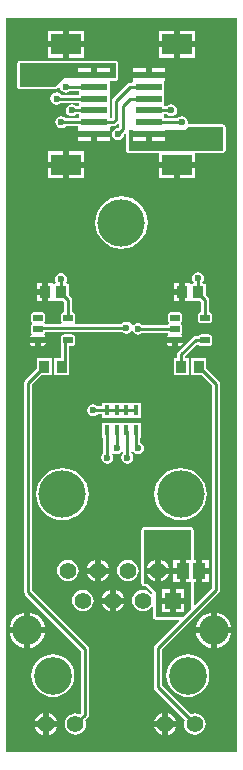
<source format=gtl>
G04*
G04 #@! TF.GenerationSoftware,Altium Limited,Altium Designer,19.1.8 (144)*
G04*
G04 Layer_Physical_Order=1*
G04 Layer_Color=255*
%FSLAX25Y25*%
%MOIN*%
G70*
G01*
G75*
%ADD13R,0.04331X0.05315*%
%ADD14R,0.01673X0.03543*%
%ADD15R,0.03543X0.04134*%
%ADD16R,0.08661X0.02362*%
%ADD17R,0.10236X0.07087*%
G04:AMPARAMS|DCode=18|XSize=21.65mil|YSize=31.5mil|CornerRadius=1.95mil|HoleSize=0mil|Usage=FLASHONLY|Rotation=90.000|XOffset=0mil|YOffset=0mil|HoleType=Round|Shape=RoundedRectangle|*
%AMROUNDEDRECTD18*
21,1,0.02165,0.02760,0,0,90.0*
21,1,0.01776,0.03150,0,0,90.0*
1,1,0.00390,0.01380,0.00888*
1,1,0.00390,0.01380,-0.00888*
1,1,0.00390,-0.01380,-0.00888*
1,1,0.00390,-0.01380,0.00888*
%
%ADD18ROUNDEDRECTD18*%
%ADD19R,0.03543X0.03937*%
%ADD33C,0.01000*%
%ADD34C,0.15748*%
%ADD35C,0.12598*%
%ADD36C,0.09843*%
%ADD37C,0.05512*%
%ADD38R,0.05512X0.05512*%
%ADD39C,0.02362*%
G36*
X77937Y803D02*
X803D01*
Y245260D01*
X77937D01*
Y803D01*
D02*
G37*
%LPC*%
G36*
X63992Y241158D02*
X58874D01*
Y237614D01*
X63992D01*
Y241158D01*
D02*
G37*
G36*
X26984D02*
X21866D01*
Y237614D01*
X26984D01*
Y241158D01*
D02*
G37*
G36*
X56874D02*
X51756D01*
Y237614D01*
X56874D01*
Y241158D01*
D02*
G37*
G36*
X19866D02*
X14748D01*
Y237614D01*
X19866D01*
Y241158D01*
D02*
G37*
G36*
X63992Y235614D02*
X58874D01*
Y232071D01*
X63992D01*
Y235614D01*
D02*
G37*
G36*
X56874D02*
X51756D01*
Y232071D01*
X56874D01*
Y235614D01*
D02*
G37*
G36*
X26984D02*
X21866D01*
Y232071D01*
X26984D01*
Y235614D01*
D02*
G37*
G36*
X19866D02*
X14748D01*
Y232071D01*
X19866D01*
Y235614D01*
D02*
G37*
G36*
X53756Y228559D02*
X49425D01*
Y227378D01*
X53756D01*
Y228559D01*
D02*
G37*
G36*
X47425D02*
X43095D01*
Y227378D01*
X47425D01*
Y228559D01*
D02*
G37*
G36*
X37402Y231131D02*
X5512Y231131D01*
X5200Y231068D01*
X4935Y230892D01*
X4758Y230627D01*
X4696Y230315D01*
Y222441D01*
X4758Y222129D01*
X4935Y221864D01*
X5200Y221687D01*
X5512Y221625D01*
X17323Y221625D01*
X17323Y221625D01*
X17635Y221687D01*
X17900Y221864D01*
X17900Y221864D01*
X18360Y222324D01*
X18902Y222160D01*
X19000Y221668D01*
X19438Y221013D01*
X20093Y220575D01*
X20866Y220421D01*
X21639Y220575D01*
X22294Y221013D01*
X22363Y221115D01*
X25184D01*
Y219829D01*
X19214D01*
X19145Y219932D01*
X18489Y220370D01*
X17717Y220524D01*
X16943Y220370D01*
X16288Y219932D01*
X15850Y219277D01*
X15697Y218504D01*
X15850Y217731D01*
X16288Y217076D01*
X16943Y216638D01*
X17717Y216484D01*
X18489Y216638D01*
X19145Y217076D01*
X19214Y217179D01*
X25184D01*
Y215892D01*
X24332D01*
X24263Y215995D01*
X23608Y216433D01*
X22835Y216587D01*
X22062Y216433D01*
X21406Y215995D01*
X20968Y215340D01*
X20815Y214567D01*
X20968Y213794D01*
X21406Y213139D01*
X22062Y212701D01*
X22835Y212547D01*
X23608Y212701D01*
X24263Y213139D01*
X24332Y213242D01*
X25184D01*
Y211955D01*
X20788D01*
X20720Y212058D01*
X20064Y212496D01*
X19291Y212650D01*
X18518Y212496D01*
X17863Y212058D01*
X17425Y211403D01*
X17271Y210630D01*
X17425Y209857D01*
X17863Y209202D01*
X18518Y208764D01*
X19291Y208610D01*
X20064Y208764D01*
X20720Y209202D01*
X20788Y209304D01*
X24816D01*
X24984Y208874D01*
X24984Y208874D01*
X24984D01*
X24984Y208874D01*
Y207693D01*
X30315D01*
X35646D01*
Y208874D01*
X35646Y208874D01*
X35646D01*
X35646Y208874D01*
X35814Y209304D01*
X36614D01*
X37121Y209405D01*
X37551Y209693D01*
X37938Y210080D01*
X38438Y209872D01*
Y209159D01*
X38189Y208713D01*
X37416Y208559D01*
X36761Y208121D01*
X36323Y207466D01*
X36169Y206693D01*
X36323Y205920D01*
X36761Y205265D01*
X37416Y204827D01*
X38189Y204673D01*
X38962Y204827D01*
X39617Y205265D01*
X40055Y205920D01*
X40194Y206616D01*
X40417Y206792D01*
X40726Y206698D01*
X40917Y206537D01*
Y201181D01*
X40979Y200869D01*
X41155Y200604D01*
X41420Y200428D01*
X41732Y200365D01*
X51756Y200365D01*
Y197457D01*
X57874D01*
X63992D01*
Y200365D01*
X73031Y200365D01*
X73032Y200365D01*
X73344Y200428D01*
X73608Y200604D01*
X73608Y200604D01*
X73805Y200801D01*
X73982Y201066D01*
X74044Y201378D01*
X74044Y201378D01*
Y209055D01*
X73982Y209367D01*
X73805Y209632D01*
X73541Y209809D01*
X73228Y209871D01*
X61827D01*
X61810Y209872D01*
X61403Y210299D01*
X61469Y210630D01*
X61315Y211403D01*
X60877Y212058D01*
X60222Y212496D01*
X59449Y212650D01*
X58676Y212496D01*
X58021Y212058D01*
X57952Y211955D01*
X53556D01*
Y213242D01*
X54409D01*
X54477Y213139D01*
X55133Y212701D01*
X55905Y212547D01*
X56678Y212701D01*
X57334Y213139D01*
X57772Y213794D01*
X57925Y214567D01*
X57772Y215340D01*
X57334Y215995D01*
X56678Y216433D01*
X55905Y216587D01*
X55133Y216433D01*
X54477Y215995D01*
X54409Y215892D01*
X53556D01*
Y220460D01*
Y224197D01*
X53756D01*
Y225378D01*
X48425D01*
X43095D01*
Y224197D01*
X43095Y224197D01*
X43095D01*
X43095Y224197D01*
X42926Y223766D01*
X42206D01*
X41699Y223665D01*
X41269Y223378D01*
X36464Y218573D01*
X36177Y218143D01*
X36076Y217636D01*
Y211966D01*
X36065Y211955D01*
X35446D01*
Y216523D01*
Y220460D01*
Y223911D01*
X35646Y224381D01*
X37402D01*
X37714Y224443D01*
X37978Y224620D01*
X38155Y224885D01*
X38217Y225197D01*
Y230315D01*
X38155Y230627D01*
X37978Y230892D01*
X37714Y231069D01*
X37402Y231131D01*
D02*
G37*
G36*
X35646Y205693D02*
X31315D01*
Y204512D01*
X35646D01*
Y205693D01*
D02*
G37*
G36*
X29315D02*
X24984D01*
Y204512D01*
X29315D01*
Y205693D01*
D02*
G37*
G36*
X26984Y201000D02*
X21866D01*
Y197457D01*
X26984D01*
Y201000D01*
D02*
G37*
G36*
X19866D02*
X14748D01*
Y197457D01*
X19866D01*
Y201000D01*
D02*
G37*
G36*
X63992Y195457D02*
X58874D01*
Y191913D01*
X63992D01*
Y195457D01*
D02*
G37*
G36*
X56874D02*
X51756D01*
Y191913D01*
X56874D01*
Y195457D01*
D02*
G37*
G36*
X26984D02*
X21866D01*
Y191913D01*
X26984D01*
Y195457D01*
D02*
G37*
G36*
X19866D02*
X14748D01*
Y191913D01*
X19866D01*
Y195457D01*
D02*
G37*
G36*
X39370Y185881D02*
X37670Y185714D01*
X36035Y185218D01*
X34528Y184412D01*
X33207Y183328D01*
X32123Y182008D01*
X31318Y180501D01*
X30822Y178866D01*
X30654Y177165D01*
X30822Y175465D01*
X31318Y173830D01*
X32123Y172323D01*
X33207Y171002D01*
X34528Y169918D01*
X36035Y169113D01*
X37670Y168617D01*
X39370Y168449D01*
X41071Y168617D01*
X42706Y169113D01*
X44212Y169918D01*
X45533Y171002D01*
X46617Y172323D01*
X47423Y173830D01*
X47919Y175465D01*
X48086Y177165D01*
X47919Y178866D01*
X47423Y180501D01*
X46617Y182008D01*
X45533Y183328D01*
X44212Y184412D01*
X42706Y185218D01*
X41071Y185714D01*
X39370Y185881D01*
D02*
G37*
G36*
X64862Y160583D02*
X64089Y160429D01*
X63434Y159991D01*
X62996Y159336D01*
X62842Y158563D01*
X62996Y157790D01*
X63387Y157205D01*
X63306Y156922D01*
X63176Y156705D01*
X62319D01*
Y156905D01*
X60547D01*
Y153937D01*
Y150969D01*
X62319D01*
Y151169D01*
X65559D01*
X65899Y150829D01*
Y147375D01*
X65845D01*
X65456Y147297D01*
X65127Y147078D01*
X64907Y146748D01*
X64830Y146360D01*
Y144585D01*
X64907Y144196D01*
X65127Y143867D01*
X65456Y143648D01*
X65845Y143570D01*
X68604D01*
X68993Y143648D01*
X69322Y143867D01*
X69542Y144196D01*
X69619Y144585D01*
Y146360D01*
X69542Y146748D01*
X69322Y147078D01*
X68993Y147297D01*
X68604Y147375D01*
X68550D01*
Y151378D01*
X68550Y151378D01*
X68449Y151885D01*
X68162Y152315D01*
X67434Y153043D01*
Y156705D01*
X66548D01*
X66418Y156922D01*
X66338Y157205D01*
X66728Y157790D01*
X66882Y158563D01*
X66728Y159336D01*
X66290Y159991D01*
X65635Y160429D01*
X64862Y160583D01*
D02*
G37*
G36*
X19193Y160386D02*
X18420Y160232D01*
X17765Y159794D01*
X17327Y159139D01*
X17173Y158366D01*
X17327Y157593D01*
X17586Y157205D01*
X17319Y156705D01*
X16650D01*
Y156905D01*
X14878D01*
Y153937D01*
Y150969D01*
X16650D01*
Y151169D01*
X19890D01*
X20230Y150829D01*
Y147375D01*
X20175D01*
X19787Y147297D01*
X19458Y147078D01*
X19238Y146748D01*
X19161Y146360D01*
Y144585D01*
X19238Y144196D01*
X19402Y143951D01*
X19307Y143641D01*
X19180Y143451D01*
X13890D01*
X13764Y143641D01*
X13669Y143951D01*
X13833Y144196D01*
X13910Y144585D01*
Y146360D01*
X13833Y146748D01*
X13613Y147078D01*
X13284Y147297D01*
X12896Y147375D01*
X10136D01*
X9748Y147297D01*
X9419Y147078D01*
X9199Y146748D01*
X9121Y146360D01*
Y144585D01*
X9199Y144196D01*
X9419Y143867D01*
Y143337D01*
X9199Y143008D01*
X9121Y142620D01*
Y140845D01*
X9199Y140456D01*
X9419Y140127D01*
X9219Y139659D01*
X9010Y139346D01*
X8940Y138992D01*
X11516D01*
X14092D01*
X14021Y139346D01*
X13812Y139659D01*
X13613Y140127D01*
X13833Y140456D01*
X13901Y140800D01*
X39448D01*
X39517Y140698D01*
X40172Y140260D01*
X40945Y140106D01*
X41718Y140260D01*
X42373Y140698D01*
X42516Y140911D01*
X42697Y140928D01*
X43082Y140859D01*
X43454Y140304D01*
X44109Y139866D01*
X44882Y139712D01*
X45655Y139866D01*
X46310Y140304D01*
X46379Y140407D01*
X54713D01*
X55014Y139954D01*
X54889Y139659D01*
X54680Y139346D01*
X54609Y138992D01*
X57185D01*
X59761D01*
X59690Y139346D01*
X59482Y139659D01*
X59282Y140127D01*
X59502Y140456D01*
X59579Y140845D01*
Y142620D01*
X59502Y143008D01*
X59282Y143337D01*
Y143867D01*
X59502Y144196D01*
X59579Y144585D01*
Y146360D01*
X59502Y146748D01*
X59282Y147078D01*
X58953Y147297D01*
X58565Y147375D01*
X55805D01*
X55417Y147297D01*
X55088Y147078D01*
X54868Y146748D01*
X54791Y146360D01*
Y144585D01*
X54868Y144196D01*
X55088Y143867D01*
Y143480D01*
X54704Y143058D01*
X46379D01*
X46310Y143161D01*
X45655Y143598D01*
X44882Y143752D01*
X44109Y143598D01*
X43454Y143161D01*
X43311Y142947D01*
X43130Y142930D01*
X42744Y142999D01*
X42373Y143554D01*
X41718Y143992D01*
X40945Y144146D01*
X40172Y143992D01*
X39517Y143554D01*
X39448Y143451D01*
X23930D01*
X23803Y143641D01*
X23708Y143951D01*
X23872Y144196D01*
X23949Y144585D01*
Y146360D01*
X23872Y146748D01*
X23652Y147078D01*
X23323Y147297D01*
X22935Y147375D01*
X22881D01*
Y151378D01*
X22881Y151378D01*
X22780Y151885D01*
X22492Y152315D01*
X21765Y153043D01*
Y156705D01*
X21067D01*
X20800Y157205D01*
X21059Y157593D01*
X21213Y158366D01*
X21059Y159139D01*
X20621Y159794D01*
X19966Y160232D01*
X19193Y160386D01*
D02*
G37*
G36*
X58547Y156905D02*
X56776D01*
Y154937D01*
X58547D01*
Y156905D01*
D02*
G37*
G36*
X12878D02*
X11106D01*
Y154937D01*
X12878D01*
Y156905D01*
D02*
G37*
G36*
X58547Y152937D02*
X56776D01*
Y150969D01*
X58547D01*
Y152937D01*
D02*
G37*
G36*
X12878D02*
X11106D01*
Y150969D01*
X12878D01*
Y152937D01*
D02*
G37*
G36*
X68604Y139894D02*
X65845D01*
X65456Y139817D01*
X65127Y139597D01*
X65072Y139515D01*
X64173D01*
X63666Y139414D01*
X63236Y139126D01*
X58413Y134303D01*
X58126Y133873D01*
X58025Y133366D01*
Y132001D01*
X56779D01*
Y126267D01*
X61922D01*
Y132001D01*
X60676D01*
Y132817D01*
X64441Y136582D01*
X64487Y136595D01*
X65057Y136492D01*
X65127Y136387D01*
X65456Y136167D01*
X65845Y136090D01*
X68604D01*
X68993Y136167D01*
X69322Y136387D01*
X69542Y136716D01*
X69619Y137104D01*
Y138880D01*
X69542Y139268D01*
X69322Y139597D01*
X68993Y139817D01*
X68604Y139894D01*
D02*
G37*
G36*
X59761Y136992D02*
X58185D01*
Y135886D01*
X58565D01*
X59031Y135979D01*
X59426Y136243D01*
X59690Y136638D01*
X59761Y136992D01*
D02*
G37*
G36*
X56185D02*
X54609D01*
X54680Y136638D01*
X54944Y136243D01*
X55339Y135979D01*
X55805Y135886D01*
X56185D01*
Y136992D01*
D02*
G37*
G36*
X14092D02*
X12516D01*
Y135886D01*
X12896D01*
X13362Y135979D01*
X13757Y136243D01*
X14021Y136638D01*
X14092Y136992D01*
D02*
G37*
G36*
X10516D02*
X8940D01*
X9010Y136638D01*
X9274Y136243D01*
X9670Y135979D01*
X10136Y135886D01*
X10516D01*
Y136992D01*
D02*
G37*
G36*
X22935Y139894D02*
X20175D01*
X19787Y139817D01*
X19458Y139597D01*
X19238Y139268D01*
X19161Y138880D01*
Y137104D01*
X19238Y136716D01*
X19336Y136570D01*
Y132001D01*
X16818D01*
Y126267D01*
X21961D01*
Y130277D01*
X21987Y130405D01*
Y136090D01*
X22935D01*
X23323Y136167D01*
X23652Y136387D01*
X23872Y136716D01*
X23949Y137104D01*
Y138880D01*
X23872Y139268D01*
X23652Y139597D01*
X23323Y139817D01*
X22935Y139894D01*
D02*
G37*
G36*
X45731Y117139D02*
X42458D01*
Y117139D01*
X33009D01*
Y115892D01*
X31418D01*
X31350Y115995D01*
X30694Y116433D01*
X29921Y116587D01*
X29148Y116433D01*
X28493Y115995D01*
X28055Y115340D01*
X27901Y114567D01*
X28055Y113794D01*
X28493Y113139D01*
X29148Y112701D01*
X29921Y112547D01*
X30694Y112701D01*
X31350Y113139D01*
X31418Y113242D01*
X33009D01*
Y111995D01*
X42581D01*
Y111995D01*
X45731D01*
Y117139D01*
D02*
G37*
G36*
Y110446D02*
X33009D01*
Y105302D01*
X33320D01*
Y100316D01*
X33217Y100247D01*
X32779Y99592D01*
X32626Y98819D01*
X32779Y98046D01*
X33217Y97391D01*
X33873Y96953D01*
X34646Y96799D01*
X35419Y96953D01*
X36074Y97391D01*
X36512Y98046D01*
X36666Y98819D01*
X36512Y99592D01*
X36210Y100044D01*
X36570Y100404D01*
X37022Y100102D01*
X37795Y99949D01*
X38568Y100102D01*
X39224Y100540D01*
X39513Y100973D01*
X40013Y100822D01*
Y100316D01*
X39910Y100247D01*
X39472Y99592D01*
X39319Y98819D01*
X39472Y98046D01*
X39910Y97391D01*
X40566Y96953D01*
X41339Y96799D01*
X42112Y96953D01*
X42767Y97391D01*
X43205Y98046D01*
X43358Y98819D01*
X43205Y99592D01*
X42767Y100247D01*
X42664Y100316D01*
Y100822D01*
X43164Y100973D01*
X43454Y100540D01*
X44109Y100102D01*
X44882Y99949D01*
X45655Y100102D01*
X46310Y100540D01*
X46748Y101196D01*
X46902Y101969D01*
X46748Y102742D01*
X46310Y103397D01*
X45655Y103835D01*
X45420Y103881D01*
Y105302D01*
X45731D01*
Y110446D01*
D02*
G37*
G36*
X59055Y95330D02*
X57355Y95163D01*
X55720Y94667D01*
X54213Y93861D01*
X52892Y92777D01*
X51808Y91457D01*
X51003Y89950D01*
X50507Y88315D01*
X50339Y86614D01*
X50507Y84914D01*
X51003Y83279D01*
X51808Y81772D01*
X52892Y80451D01*
X54213Y79367D01*
X55720Y78562D01*
X57355Y78066D01*
X59055Y77898D01*
X60755Y78066D01*
X62391Y78562D01*
X63898Y79367D01*
X65218Y80451D01*
X66302Y81772D01*
X67108Y83279D01*
X67604Y84914D01*
X67771Y86614D01*
X67604Y88315D01*
X67108Y89950D01*
X66302Y91457D01*
X65218Y92777D01*
X63898Y93861D01*
X62391Y94667D01*
X60755Y95163D01*
X59055Y95330D01*
D02*
G37*
G36*
X19685D02*
X17985Y95163D01*
X16350Y94667D01*
X14843Y93861D01*
X13522Y92777D01*
X12438Y91457D01*
X11632Y89950D01*
X11136Y88315D01*
X10969Y86614D01*
X11136Y84914D01*
X11632Y83279D01*
X12438Y81772D01*
X13522Y80451D01*
X14843Y79367D01*
X16350Y78562D01*
X17985Y78066D01*
X19685Y77898D01*
X21385Y78066D01*
X23020Y78562D01*
X24527Y79367D01*
X25848Y80451D01*
X26932Y81772D01*
X27738Y83279D01*
X28234Y84914D01*
X28401Y86614D01*
X28234Y88315D01*
X27738Y89950D01*
X26932Y91457D01*
X25848Y92777D01*
X24527Y93861D01*
X23020Y94667D01*
X21385Y95163D01*
X19685Y95330D01*
D02*
G37*
G36*
X41499Y64768D02*
X40995Y64701D01*
X40945Y64711D01*
X40698Y64662D01*
X40571Y64645D01*
X40532Y64629D01*
X40438Y64610D01*
X40358Y64557D01*
X39706Y64287D01*
X38963Y63717D01*
X38393Y62974D01*
X38035Y62109D01*
X37913Y61181D01*
X38035Y60253D01*
X38393Y59388D01*
X38963Y58645D01*
X39706Y58075D01*
X40571Y57717D01*
X41499Y57595D01*
X42428Y57717D01*
X43293Y58075D01*
X44036Y58645D01*
X44605Y59388D01*
X44964Y60253D01*
X45086Y61181D01*
X44964Y62109D01*
X44605Y62974D01*
X44036Y63717D01*
X43293Y64287D01*
X42428Y64645D01*
X41499Y64768D01*
D02*
G37*
G36*
X32499Y64832D02*
Y62181D01*
X35151D01*
X34780Y63075D01*
X34178Y63860D01*
X33393Y64462D01*
X32499Y64832D01*
D02*
G37*
G36*
X30499D02*
X29605Y64462D01*
X28821Y63860D01*
X28219Y63075D01*
X27848Y62181D01*
X30499D01*
Y64832D01*
D02*
G37*
G36*
X68520Y64681D02*
X66354D01*
Y62024D01*
X68520D01*
Y64681D01*
D02*
G37*
G36*
X21499Y64768D02*
X20571Y64645D01*
X19706Y64287D01*
X18963Y63717D01*
X18393Y62974D01*
X18035Y62109D01*
X17913Y61181D01*
X18035Y60253D01*
X18393Y59388D01*
X18963Y58645D01*
X19706Y58075D01*
X20571Y57717D01*
X21499Y57595D01*
X22428Y57717D01*
X23293Y58075D01*
X24035Y58645D01*
X24605Y59388D01*
X24964Y60253D01*
X25086Y61181D01*
X24964Y62109D01*
X24605Y62974D01*
X24035Y63717D01*
X23293Y64287D01*
X22428Y64645D01*
X21499Y64768D01*
D02*
G37*
G36*
X35151Y60181D02*
X32499D01*
Y57530D01*
X33393Y57900D01*
X34178Y58502D01*
X34780Y59287D01*
X35151Y60181D01*
D02*
G37*
G36*
X30499D02*
X27848D01*
X28219Y59287D01*
X28821Y58502D01*
X29605Y57900D01*
X30499Y57530D01*
Y60181D01*
D02*
G37*
G36*
X68520Y60024D02*
X66354D01*
Y57366D01*
X68520D01*
Y60024D01*
D02*
G37*
G36*
X37499Y54832D02*
Y52181D01*
X40150D01*
X39780Y53075D01*
X39178Y53860D01*
X38394Y54462D01*
X37499Y54832D01*
D02*
G37*
G36*
X35499D02*
X34605Y54462D01*
X33821Y53860D01*
X33219Y53075D01*
X32848Y52181D01*
X35499D01*
Y54832D01*
D02*
G37*
G36*
X67631Y132001D02*
X62487D01*
Y126267D01*
X66052D01*
X69541Y122778D01*
Y55273D01*
X63876Y49609D01*
X63414Y49800D01*
Y57366D01*
X64354D01*
Y61024D01*
Y64681D01*
X63414D01*
Y74803D01*
X63352Y75115D01*
X63175Y75380D01*
X62911Y75557D01*
X62598Y75619D01*
X46850Y75619D01*
X46538Y75557D01*
X46274Y75380D01*
X46097Y75115D01*
X46035Y74803D01*
Y57047D01*
X46097Y56734D01*
X46274Y56470D01*
X46627Y56116D01*
X46627Y56116D01*
X46892Y55939D01*
X47204Y55877D01*
X47204Y55877D01*
X47694Y55877D01*
X49787Y53784D01*
X49753Y53603D01*
X49220Y53476D01*
X49036Y53717D01*
X48293Y54287D01*
X47428Y54646D01*
X46499Y54768D01*
X45571Y54646D01*
X44706Y54287D01*
X43963Y53717D01*
X43393Y52974D01*
X43035Y52109D01*
X42913Y51181D01*
X43035Y50253D01*
X43393Y49388D01*
X43963Y48645D01*
X44706Y48075D01*
X45571Y47717D01*
X46499Y47594D01*
X47428Y47717D01*
X48293Y48075D01*
X49036Y48645D01*
X49472Y49214D01*
X49972Y49044D01*
Y45669D01*
X50034Y45357D01*
X50211Y45092D01*
X50475Y44916D01*
X50787Y44854D01*
X58468D01*
X58659Y44392D01*
X50638Y36370D01*
X50350Y35940D01*
X50249Y35433D01*
Y22228D01*
X50350Y21721D01*
X50638Y21291D01*
X60532Y11396D01*
X60338Y10928D01*
X60216Y10000D01*
X60338Y9072D01*
X60696Y8207D01*
X61266Y7464D01*
X62009Y6894D01*
X62874Y6536D01*
X63802Y6413D01*
X64731Y6536D01*
X65596Y6894D01*
X66339Y7464D01*
X66909Y8207D01*
X67267Y9072D01*
X67389Y10000D01*
X67267Y10928D01*
X66909Y11793D01*
X66339Y12536D01*
X65596Y13106D01*
X64731Y13464D01*
X63802Y13587D01*
X62874Y13464D01*
X62406Y13271D01*
X52900Y22777D01*
Y34884D01*
X71803Y53787D01*
X72091Y54217D01*
X72192Y54724D01*
Y123327D01*
X72091Y123834D01*
X71803Y124264D01*
X67631Y128437D01*
Y132001D01*
D02*
G37*
G36*
X26499Y54768D02*
X25571Y54646D01*
X24706Y54287D01*
X23963Y53717D01*
X23393Y52974D01*
X23035Y52109D01*
X22913Y51181D01*
X23035Y50253D01*
X23393Y49388D01*
X23963Y48645D01*
X24706Y48075D01*
X25571Y47717D01*
X26499Y47594D01*
X27428Y47717D01*
X28293Y48075D01*
X29035Y48645D01*
X29605Y49388D01*
X29964Y50253D01*
X30086Y51181D01*
X29964Y52109D01*
X29605Y52974D01*
X29035Y53717D01*
X28293Y54287D01*
X27428Y54646D01*
X26499Y54768D01*
D02*
G37*
G36*
X40150Y50181D02*
X37499D01*
Y47530D01*
X38394Y47900D01*
X39178Y48502D01*
X39780Y49287D01*
X40150Y50181D01*
D02*
G37*
G36*
X35499D02*
X32848D01*
X33219Y49287D01*
X33821Y48502D01*
X34605Y47900D01*
X35499Y47530D01*
Y50181D01*
D02*
G37*
G36*
X71102Y47190D02*
Y42339D01*
X75953D01*
X75937Y42499D01*
X75599Y43615D01*
X75049Y44644D01*
X74309Y45546D01*
X73407Y46286D01*
X72379Y46836D01*
X71263Y47174D01*
X71102Y47190D01*
D02*
G37*
G36*
X8897D02*
Y42339D01*
X13748D01*
X13733Y42499D01*
X13394Y43615D01*
X12844Y44644D01*
X12104Y45546D01*
X11203Y46286D01*
X10174Y46836D01*
X9058Y47174D01*
X8897Y47190D01*
D02*
G37*
G36*
X69102Y47190D02*
X68941Y47174D01*
X67825Y46836D01*
X66796Y46286D01*
X65895Y45546D01*
X65154Y44644D01*
X64605Y43615D01*
X64266Y42499D01*
X64250Y42339D01*
X69102D01*
Y47190D01*
D02*
G37*
G36*
X6897D02*
X6736Y47174D01*
X5620Y46836D01*
X4591Y46286D01*
X3690Y45546D01*
X2950Y44644D01*
X2400Y43615D01*
X2061Y42499D01*
X2046Y42339D01*
X6897D01*
Y47190D01*
D02*
G37*
G36*
X75953Y40339D02*
X71102D01*
Y35487D01*
X71263Y35503D01*
X72379Y35842D01*
X73407Y36391D01*
X74309Y37131D01*
X75049Y38033D01*
X75599Y39062D01*
X75937Y40178D01*
X75953Y40339D01*
D02*
G37*
G36*
X13748D02*
X8897D01*
Y35487D01*
X9058Y35503D01*
X10174Y35842D01*
X11203Y36391D01*
X12104Y37131D01*
X12844Y38033D01*
X13394Y39062D01*
X13733Y40178D01*
X13748Y40339D01*
D02*
G37*
G36*
X69102D02*
X64250D01*
X64266Y40178D01*
X64605Y39062D01*
X65154Y38033D01*
X65895Y37131D01*
X66796Y36391D01*
X67825Y35842D01*
X68941Y35503D01*
X69102Y35487D01*
Y40339D01*
D02*
G37*
G36*
X6897D02*
X2046D01*
X2061Y40178D01*
X2400Y39062D01*
X2950Y38033D01*
X3690Y37131D01*
X4591Y36391D01*
X5620Y35842D01*
X6736Y35503D01*
X6897Y35487D01*
Y40339D01*
D02*
G37*
G36*
X61499Y33315D02*
X60108Y33178D01*
X58770Y32772D01*
X57536Y32112D01*
X56455Y31225D01*
X55568Y30144D01*
X54909Y28911D01*
X54503Y27573D01*
X54366Y26181D01*
X54503Y24789D01*
X54909Y23451D01*
X55568Y22218D01*
X56455Y21137D01*
X57536Y20250D01*
X58770Y19590D01*
X60108Y19185D01*
X61499Y19048D01*
X62891Y19185D01*
X64229Y19590D01*
X65462Y20250D01*
X66544Y21137D01*
X67431Y22218D01*
X68090Y23451D01*
X68496Y24789D01*
X68633Y26181D01*
X68496Y27573D01*
X68090Y28911D01*
X67431Y30144D01*
X66544Y31225D01*
X65462Y32112D01*
X64229Y32772D01*
X62891Y33178D01*
X61499Y33315D01*
D02*
G37*
G36*
X16499D02*
X15108Y33178D01*
X13769Y32772D01*
X12536Y32112D01*
X11455Y31225D01*
X10568Y30144D01*
X9909Y28911D01*
X9503Y27573D01*
X9366Y26181D01*
X9503Y24789D01*
X9909Y23451D01*
X10568Y22218D01*
X11455Y21137D01*
X12536Y20250D01*
X13769Y19590D01*
X15108Y19185D01*
X16499Y19048D01*
X17891Y19185D01*
X19229Y19590D01*
X20462Y20250D01*
X21543Y21137D01*
X22431Y22218D01*
X23090Y23451D01*
X23496Y24789D01*
X23633Y26181D01*
X23496Y27573D01*
X23090Y28911D01*
X22431Y30144D01*
X21543Y31225D01*
X20462Y32112D01*
X19229Y32772D01*
X17891Y33178D01*
X16499Y33315D01*
D02*
G37*
G36*
X16253Y132001D02*
X11109D01*
Y128437D01*
X7331Y124658D01*
X7043Y124228D01*
X6942Y123721D01*
Y53937D01*
X7043Y53430D01*
X7331Y53000D01*
X25840Y34490D01*
Y13715D01*
X25395Y13271D01*
X24928Y13464D01*
X23999Y13587D01*
X23071Y13464D01*
X22206Y13106D01*
X21463Y12536D01*
X20893Y11793D01*
X20535Y10928D01*
X20413Y10000D01*
X20535Y9072D01*
X20893Y8207D01*
X21463Y7464D01*
X22206Y6894D01*
X23071Y6536D01*
X23999Y6413D01*
X24928Y6536D01*
X25793Y6894D01*
X26535Y7464D01*
X27105Y8207D01*
X27464Y9072D01*
X27586Y10000D01*
X27464Y10928D01*
X27270Y11396D01*
X28103Y12229D01*
X28390Y12659D01*
X28491Y13166D01*
Y35039D01*
X28390Y35547D01*
X28103Y35977D01*
X9593Y54486D01*
Y123171D01*
X12689Y126267D01*
X16253D01*
Y132001D01*
D02*
G37*
G36*
X54999Y13651D02*
Y11000D01*
X57651D01*
X57280Y11894D01*
X56678Y12679D01*
X55893Y13281D01*
X54999Y13651D01*
D02*
G37*
G36*
X15196D02*
Y11000D01*
X17847D01*
X17477Y11894D01*
X16875Y12679D01*
X16090Y13281D01*
X15196Y13651D01*
D02*
G37*
G36*
X13196D02*
X12302Y13281D01*
X11518Y12679D01*
X10915Y11894D01*
X10545Y11000D01*
X13196D01*
Y13651D01*
D02*
G37*
G36*
X52999D02*
X52105Y13281D01*
X51321Y12679D01*
X50719Y11894D01*
X50348Y11000D01*
X52999D01*
Y13651D01*
D02*
G37*
G36*
X17847Y9000D02*
X15196D01*
Y6349D01*
X16090Y6719D01*
X16875Y7321D01*
X17477Y8106D01*
X17847Y9000D01*
D02*
G37*
G36*
X57651D02*
X54999D01*
Y6349D01*
X55893Y6719D01*
X56678Y7321D01*
X57280Y8106D01*
X57651Y9000D01*
D02*
G37*
G36*
X13196D02*
X10545D01*
X10915Y8106D01*
X11518Y7321D01*
X12302Y6719D01*
X13196Y6349D01*
Y9000D01*
D02*
G37*
G36*
X52999D02*
X50348D01*
X50719Y8106D01*
X51321Y7321D01*
X52105Y6719D01*
X52999Y6349D01*
Y9000D01*
D02*
G37*
%LPD*%
G36*
X37402Y225197D02*
X36614D01*
X35646D01*
Y225378D01*
X30315D01*
X24984D01*
Y225197D01*
X20079D01*
X17323Y222441D01*
X5512Y222441D01*
Y230315D01*
X37402Y230315D01*
Y225197D01*
D02*
G37*
G36*
X73228Y201378D02*
X73032Y201181D01*
X41732Y201181D01*
Y207874D01*
X43095D01*
Y207693D01*
X48425D01*
X53756D01*
Y207874D01*
X60630D01*
X61811Y209055D01*
X73228D01*
Y201378D01*
D02*
G37*
%LPC*%
G36*
X35646Y228559D02*
X31315D01*
Y227378D01*
X35646D01*
Y228559D01*
D02*
G37*
G36*
X29315D02*
X24984D01*
Y227378D01*
X29315D01*
Y228559D01*
D02*
G37*
G36*
X53756Y205693D02*
X49425D01*
Y204512D01*
X53756D01*
Y205693D01*
D02*
G37*
G36*
X47425D02*
X43095D01*
Y204512D01*
X47425D01*
Y205693D01*
D02*
G37*
%LPD*%
G36*
X62598Y64681D02*
X60843D01*
Y61024D01*
Y57366D01*
X62598D01*
Y48425D01*
X59842Y45669D01*
X50787D01*
X50787Y53937D01*
X48031Y56693D01*
X47204Y56693D01*
X46850Y57047D01*
Y74803D01*
X62598Y74803D01*
Y64681D01*
D02*
G37*
%LPC*%
G36*
X52499Y64832D02*
Y62181D01*
X55151D01*
X54780Y63075D01*
X54178Y63860D01*
X53394Y64462D01*
X52499Y64832D01*
D02*
G37*
G36*
X50499D02*
X49605Y64462D01*
X48821Y63860D01*
X48219Y63075D01*
X47848Y62181D01*
X50499D01*
Y64832D01*
D02*
G37*
G36*
X58842Y64681D02*
X56677D01*
Y62024D01*
X58842D01*
Y64681D01*
D02*
G37*
G36*
X55151Y60181D02*
X52499D01*
Y57530D01*
X53394Y57900D01*
X54178Y58502D01*
X54780Y59287D01*
X55151Y60181D01*
D02*
G37*
G36*
X50499D02*
X47848D01*
X48219Y59287D01*
X48821Y58502D01*
X49605Y57900D01*
X50499Y57530D01*
Y60181D01*
D02*
G37*
G36*
X58842Y60024D02*
X56677D01*
Y57366D01*
X58842D01*
Y60024D01*
D02*
G37*
G36*
X60255Y54937D02*
X57499D01*
Y52181D01*
X60255D01*
Y54937D01*
D02*
G37*
G36*
X55499D02*
X52744D01*
Y52181D01*
X55499D01*
Y54937D01*
D02*
G37*
G36*
X60255Y50181D02*
X57499D01*
Y47425D01*
X60255D01*
Y50181D01*
D02*
G37*
G36*
X55499D02*
X52744D01*
Y47425D01*
X55499D01*
Y50181D01*
D02*
G37*
%LPD*%
D13*
X59842Y61024D02*
D03*
X65354D02*
D03*
D14*
X44094Y114567D02*
D03*
X40945Y114567D02*
D03*
X37795D02*
D03*
X34646D02*
D03*
Y107874D02*
D03*
X37795D02*
D03*
X40945D02*
D03*
X44094D02*
D03*
D15*
X59350Y129134D02*
D03*
X65059D02*
D03*
X19390D02*
D03*
X13681D02*
D03*
D16*
X30315Y206693D02*
D03*
Y210630D02*
D03*
Y226378D02*
D03*
Y222441D02*
D03*
Y218504D02*
D03*
Y214567D02*
D03*
X48425Y226378D02*
D03*
Y222441D02*
D03*
Y206693D02*
D03*
Y210630D02*
D03*
Y214567D02*
D03*
Y218504D02*
D03*
D17*
X20866Y236614D02*
D03*
Y196457D02*
D03*
X57874D02*
D03*
Y236614D02*
D03*
D18*
X57185Y145472D02*
D03*
Y141732D02*
D03*
Y137992D02*
D03*
X67224D02*
D03*
Y145472D02*
D03*
X11516D02*
D03*
Y141732D02*
D03*
Y137992D02*
D03*
X21555D02*
D03*
Y145472D02*
D03*
D19*
X13878Y153937D02*
D03*
X19193D02*
D03*
X59547D02*
D03*
X64862D02*
D03*
D33*
X37402Y211417D02*
Y217636D01*
X36614Y210630D02*
X37402Y211417D01*
X30315Y210630D02*
X36614D01*
X37402Y217636D02*
X42206Y222441D01*
X39764Y216061D02*
X42206Y218504D01*
X39764Y208268D02*
Y216061D01*
X38189Y206693D02*
X39764Y208268D01*
X42206Y218504D02*
X48425D01*
X42206Y222441D02*
X48425D01*
X64862Y153937D02*
Y158563D01*
X19193Y153937D02*
Y158366D01*
X29921Y114567D02*
X29921Y114567D01*
X34646D01*
X37795D02*
X40945D01*
X34646D02*
X37795D01*
X40945D02*
X40945Y114567D01*
X44094D01*
X40945Y107874D02*
X41339Y107480D01*
Y98819D02*
Y107480D01*
X48425Y218504D02*
X48425Y218504D01*
X17717Y218504D02*
X17717Y218504D01*
X30315D01*
X59449Y210630D02*
X59646Y210827D01*
X20866Y222441D02*
X30315D01*
X48425Y210630D02*
X59449D01*
X48425Y214567D02*
X55905D01*
X19291Y210630D02*
X30315D01*
X22835Y214567D02*
X30315D01*
X11909Y142126D02*
X40945D01*
X11516Y141732D02*
X11909Y142126D01*
X44882Y141732D02*
X57185D01*
X21244Y137992D02*
X21555D01*
X20661Y137409D02*
X21244Y137992D01*
X20661Y130405D02*
Y137409D01*
X19390Y129134D02*
X20661Y130405D01*
X64173Y138189D02*
X67028D01*
X67224Y137992D01*
X59350Y133366D02*
X64173Y138189D01*
X59350Y129134D02*
Y133366D01*
X19193Y153740D02*
Y153937D01*
Y153740D02*
X21555Y151378D01*
Y145472D02*
Y151378D01*
X64862Y153740D02*
Y153937D01*
Y153740D02*
X67224Y151378D01*
Y145472D02*
Y151378D01*
X70866Y54724D02*
Y123327D01*
X51575Y35433D02*
X70866Y54724D01*
X51575Y22228D02*
Y35433D01*
X27165Y13166D02*
Y35039D01*
X8268Y53937D02*
X27165Y35039D01*
X23999Y10000D02*
X27165Y13166D01*
X51575Y22228D02*
X63802Y10000D01*
X23999D02*
X25591D01*
X65059Y129134D02*
X70866Y123327D01*
X8268Y123721D02*
X13681Y129134D01*
X8268Y53937D02*
Y123721D01*
X44094Y102756D02*
Y107874D01*
Y102756D02*
X44882Y101969D01*
X37795D02*
Y107874D01*
X34646Y98819D02*
Y107874D01*
X40945Y61736D02*
Y63386D01*
Y61736D02*
X41499Y61181D01*
D34*
X59055Y86614D02*
D03*
X19685D02*
D03*
X39370Y177165D02*
D03*
D35*
X16499Y26181D02*
D03*
X61499D02*
D03*
D36*
X7897Y41339D02*
D03*
X70102D02*
D03*
D37*
X14196Y10000D02*
D03*
X63802D02*
D03*
X23999D02*
D03*
X53999D02*
D03*
X51499Y61181D02*
D03*
X46499Y51181D02*
D03*
X41499Y61181D02*
D03*
X36499Y51181D02*
D03*
X31499Y61181D02*
D03*
X26499Y51181D02*
D03*
X21499Y61181D02*
D03*
D38*
X56499Y51181D02*
D03*
D39*
X38189Y206693D02*
D03*
X15354Y224410D02*
D03*
X11417D02*
D03*
X7480D02*
D03*
X15354Y228346D02*
D03*
X11417D02*
D03*
X7480D02*
D03*
X71260Y203150D02*
D03*
X67323D02*
D03*
X63386D02*
D03*
X71260Y207087D02*
D03*
X67323D02*
D03*
X63386D02*
D03*
X64862Y158563D02*
D03*
X19193Y158366D02*
D03*
X29921Y114567D02*
D03*
X49606Y68110D02*
D03*
Y71653D02*
D03*
X56693Y68110D02*
D03*
X53150D02*
D03*
Y71653D02*
D03*
X56693D02*
D03*
X60236D02*
D03*
Y68110D02*
D03*
X17717Y218504D02*
D03*
X20866Y222441D02*
D03*
X59449Y210630D02*
D03*
X55905Y214567D02*
D03*
X19291Y210630D02*
D03*
X22835Y214567D02*
D03*
X40945Y142126D02*
D03*
X44882Y141732D02*
D03*
Y101969D02*
D03*
X37795D02*
D03*
X34646Y98819D02*
D03*
X41339D02*
D03*
M02*

</source>
